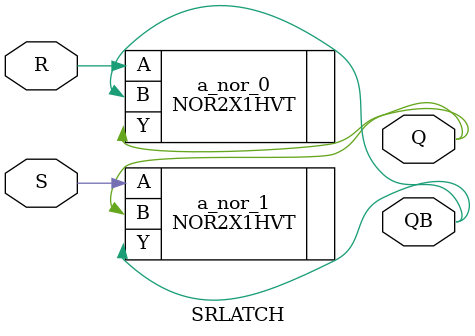
<source format=v>
module SRLATCH(R, S, Q, QB);
	input R, S;
	output Q, QB;

	NOR2X1HVT a_nor_0 (.A(R), .B(QB), .Y(Q));
	NOR2X1HVT a_nor_1 (.A(S), .B(Q), .Y(QB));

endmodule

</source>
